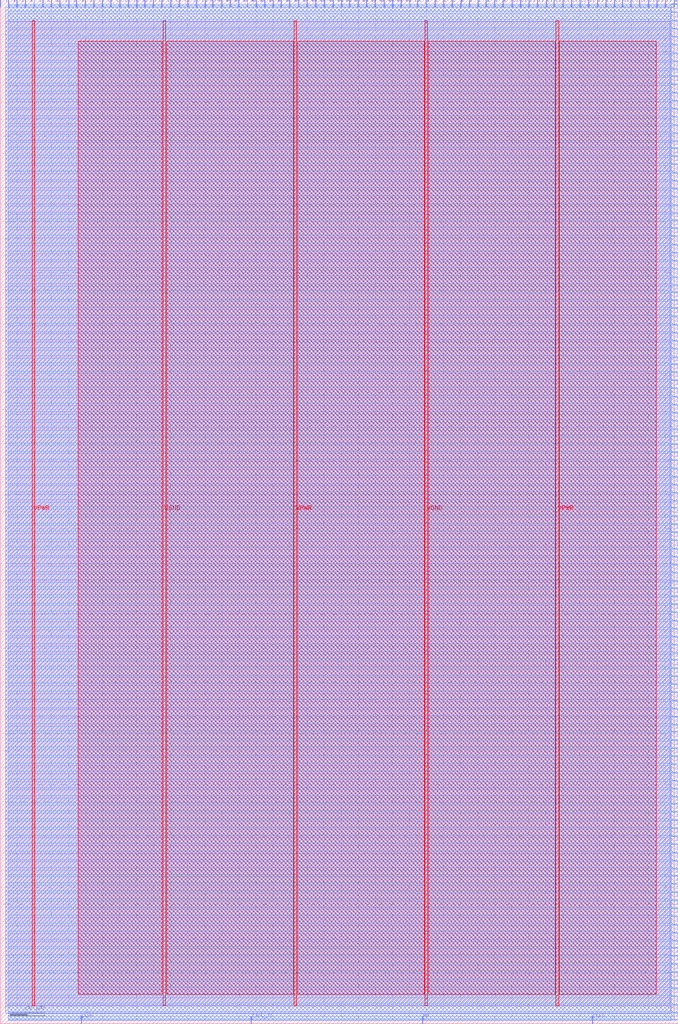
<source format=lef>
VERSION 5.7 ;
  NOWIREEXTENSIONATPIN ON ;
  DIVIDERCHAR "/" ;
  BUSBITCHARS "[]" ;
MACRO DMC_32x16HC
  CLASS BLOCK ;
  FOREIGN DMC_32x16HC ;
  ORIGIN 0.000 0.000 ;
  SIZE 397.610 BY 600.000 ;
  PIN A[0]
    DIRECTION INPUT ;
    USE SIGNAL ;
    PORT
      LAYER met2 ;
        RECT 0.000 596.000 0.280 600.000 ;
    END
  END A[0]
  PIN A[10]
    DIRECTION INPUT ;
    USE SIGNAL ;
    PORT
      LAYER met2 ;
        RECT 49.680 596.000 49.960 600.000 ;
    END
  END A[10]
  PIN A[11]
    DIRECTION INPUT ;
    USE SIGNAL ;
    PORT
      LAYER met2 ;
        RECT 54.740 596.000 55.020 600.000 ;
    END
  END A[11]
  PIN A[12]
    DIRECTION INPUT ;
    USE SIGNAL ;
    PORT
      LAYER met2 ;
        RECT 59.800 596.000 60.080 600.000 ;
    END
  END A[12]
  PIN A[13]
    DIRECTION INPUT ;
    USE SIGNAL ;
    PORT
      LAYER met2 ;
        RECT 64.860 596.000 65.140 600.000 ;
    END
  END A[13]
  PIN A[14]
    DIRECTION INPUT ;
    USE SIGNAL ;
    PORT
      LAYER met2 ;
        RECT 69.920 596.000 70.200 600.000 ;
    END
  END A[14]
  PIN A[15]
    DIRECTION INPUT ;
    USE SIGNAL ;
    PORT
      LAYER met2 ;
        RECT 74.980 596.000 75.260 600.000 ;
    END
  END A[15]
  PIN A[16]
    DIRECTION INPUT ;
    USE SIGNAL ;
    PORT
      LAYER met2 ;
        RECT 80.040 596.000 80.320 600.000 ;
    END
  END A[16]
  PIN A[17]
    DIRECTION INPUT ;
    USE SIGNAL ;
    PORT
      LAYER met2 ;
        RECT 84.640 596.000 84.920 600.000 ;
    END
  END A[17]
  PIN A[18]
    DIRECTION INPUT ;
    USE SIGNAL ;
    PORT
      LAYER met2 ;
        RECT 89.700 596.000 89.980 600.000 ;
    END
  END A[18]
  PIN A[19]
    DIRECTION INPUT ;
    USE SIGNAL ;
    PORT
      LAYER met2 ;
        RECT 94.760 596.000 95.040 600.000 ;
    END
  END A[19]
  PIN A[1]
    DIRECTION INPUT ;
    USE SIGNAL ;
    PORT
      LAYER met2 ;
        RECT 4.600 596.000 4.880 600.000 ;
    END
  END A[1]
  PIN A[20]
    DIRECTION INPUT ;
    USE SIGNAL ;
    PORT
      LAYER met2 ;
        RECT 99.820 596.000 100.100 600.000 ;
    END
  END A[20]
  PIN A[21]
    DIRECTION INPUT ;
    USE SIGNAL ;
    PORT
      LAYER met2 ;
        RECT 104.880 596.000 105.160 600.000 ;
    END
  END A[21]
  PIN A[22]
    DIRECTION INPUT ;
    USE SIGNAL ;
    PORT
      LAYER met2 ;
        RECT 109.940 596.000 110.220 600.000 ;
    END
  END A[22]
  PIN A[23]
    DIRECTION INPUT ;
    USE SIGNAL ;
    PORT
      LAYER met2 ;
        RECT 115.000 596.000 115.280 600.000 ;
    END
  END A[23]
  PIN A[2]
    DIRECTION INPUT ;
    USE SIGNAL ;
    PORT
      LAYER met2 ;
        RECT 9.660 596.000 9.940 600.000 ;
    END
  END A[2]
  PIN A[3]
    DIRECTION INPUT ;
    USE SIGNAL ;
    PORT
      LAYER met2 ;
        RECT 14.720 596.000 15.000 600.000 ;
    END
  END A[3]
  PIN A[4]
    DIRECTION INPUT ;
    USE SIGNAL ;
    PORT
      LAYER met2 ;
        RECT 19.780 596.000 20.060 600.000 ;
    END
  END A[4]
  PIN A[5]
    DIRECTION INPUT ;
    USE SIGNAL ;
    PORT
      LAYER met2 ;
        RECT 24.840 596.000 25.120 600.000 ;
    END
  END A[5]
  PIN A[6]
    DIRECTION INPUT ;
    USE SIGNAL ;
    PORT
      LAYER met2 ;
        RECT 29.900 596.000 30.180 600.000 ;
    END
  END A[6]
  PIN A[7]
    DIRECTION INPUT ;
    USE SIGNAL ;
    PORT
      LAYER met2 ;
        RECT 34.960 596.000 35.240 600.000 ;
    END
  END A[7]
  PIN A[8]
    DIRECTION INPUT ;
    USE SIGNAL ;
    PORT
      LAYER met2 ;
        RECT 40.020 596.000 40.300 600.000 ;
    END
  END A[8]
  PIN A[9]
    DIRECTION INPUT ;
    USE SIGNAL ;
    PORT
      LAYER met2 ;
        RECT 44.620 596.000 44.900 600.000 ;
    END
  END A[9]
  PIN A_h[0]
    DIRECTION INPUT ;
    USE SIGNAL ;
    PORT
      LAYER met2 ;
        RECT 120.060 596.000 120.340 600.000 ;
    END
  END A_h[0]
  PIN A_h[10]
    DIRECTION INPUT ;
    USE SIGNAL ;
    PORT
      LAYER met2 ;
        RECT 169.740 596.000 170.020 600.000 ;
    END
  END A_h[10]
  PIN A_h[11]
    DIRECTION INPUT ;
    USE SIGNAL ;
    PORT
      LAYER met2 ;
        RECT 174.800 596.000 175.080 600.000 ;
    END
  END A_h[11]
  PIN A_h[12]
    DIRECTION INPUT ;
    USE SIGNAL ;
    PORT
      LAYER met2 ;
        RECT 179.860 596.000 180.140 600.000 ;
    END
  END A_h[12]
  PIN A_h[13]
    DIRECTION INPUT ;
    USE SIGNAL ;
    PORT
      LAYER met2 ;
        RECT 184.920 596.000 185.200 600.000 ;
    END
  END A_h[13]
  PIN A_h[14]
    DIRECTION INPUT ;
    USE SIGNAL ;
    PORT
      LAYER met2 ;
        RECT 189.980 596.000 190.260 600.000 ;
    END
  END A_h[14]
  PIN A_h[15]
    DIRECTION INPUT ;
    USE SIGNAL ;
    PORT
      LAYER met2 ;
        RECT 195.040 596.000 195.320 600.000 ;
    END
  END A_h[15]
  PIN A_h[16]
    DIRECTION INPUT ;
    USE SIGNAL ;
    PORT
      LAYER met2 ;
        RECT 200.100 596.000 200.380 600.000 ;
    END
  END A_h[16]
  PIN A_h[17]
    DIRECTION INPUT ;
    USE SIGNAL ;
    PORT
      LAYER met2 ;
        RECT 204.700 596.000 204.980 600.000 ;
    END
  END A_h[17]
  PIN A_h[18]
    DIRECTION INPUT ;
    USE SIGNAL ;
    PORT
      LAYER met2 ;
        RECT 209.760 596.000 210.040 600.000 ;
    END
  END A_h[18]
  PIN A_h[19]
    DIRECTION INPUT ;
    USE SIGNAL ;
    PORT
      LAYER met2 ;
        RECT 214.820 596.000 215.100 600.000 ;
    END
  END A_h[19]
  PIN A_h[1]
    DIRECTION INPUT ;
    USE SIGNAL ;
    PORT
      LAYER met2 ;
        RECT 124.660 596.000 124.940 600.000 ;
    END
  END A_h[1]
  PIN A_h[20]
    DIRECTION INPUT ;
    USE SIGNAL ;
    PORT
      LAYER met2 ;
        RECT 219.880 596.000 220.160 600.000 ;
    END
  END A_h[20]
  PIN A_h[21]
    DIRECTION INPUT ;
    USE SIGNAL ;
    PORT
      LAYER met2 ;
        RECT 224.940 596.000 225.220 600.000 ;
    END
  END A_h[21]
  PIN A_h[22]
    DIRECTION INPUT ;
    USE SIGNAL ;
    PORT
      LAYER met2 ;
        RECT 230.000 596.000 230.280 600.000 ;
    END
  END A_h[22]
  PIN A_h[23]
    DIRECTION INPUT ;
    USE SIGNAL ;
    PORT
      LAYER met2 ;
        RECT 235.060 596.000 235.340 600.000 ;
    END
  END A_h[23]
  PIN A_h[2]
    DIRECTION INPUT ;
    USE SIGNAL ;
    PORT
      LAYER met2 ;
        RECT 129.720 596.000 130.000 600.000 ;
    END
  END A_h[2]
  PIN A_h[3]
    DIRECTION INPUT ;
    USE SIGNAL ;
    PORT
      LAYER met2 ;
        RECT 134.780 596.000 135.060 600.000 ;
    END
  END A_h[3]
  PIN A_h[4]
    DIRECTION INPUT ;
    USE SIGNAL ;
    PORT
      LAYER met2 ;
        RECT 139.840 596.000 140.120 600.000 ;
    END
  END A_h[4]
  PIN A_h[5]
    DIRECTION INPUT ;
    USE SIGNAL ;
    PORT
      LAYER met2 ;
        RECT 144.900 596.000 145.180 600.000 ;
    END
  END A_h[5]
  PIN A_h[6]
    DIRECTION INPUT ;
    USE SIGNAL ;
    PORT
      LAYER met2 ;
        RECT 149.960 596.000 150.240 600.000 ;
    END
  END A_h[6]
  PIN A_h[7]
    DIRECTION INPUT ;
    USE SIGNAL ;
    PORT
      LAYER met2 ;
        RECT 155.020 596.000 155.300 600.000 ;
    END
  END A_h[7]
  PIN A_h[8]
    DIRECTION INPUT ;
    USE SIGNAL ;
    PORT
      LAYER met2 ;
        RECT 160.080 596.000 160.360 600.000 ;
    END
  END A_h[8]
  PIN A_h[9]
    DIRECTION INPUT ;
    USE SIGNAL ;
    PORT
      LAYER met2 ;
        RECT 164.680 596.000 164.960 600.000 ;
    END
  END A_h[9]
  PIN Do[0]
    DIRECTION OUTPUT TRISTATE ;
    USE SIGNAL ;
    PORT
      LAYER met2 ;
        RECT 240.120 596.000 240.400 600.000 ;
    END
  END Do[0]
  PIN Do[10]
    DIRECTION OUTPUT TRISTATE ;
    USE SIGNAL ;
    PORT
      LAYER met2 ;
        RECT 289.800 596.000 290.080 600.000 ;
    END
  END Do[10]
  PIN Do[11]
    DIRECTION OUTPUT TRISTATE ;
    USE SIGNAL ;
    PORT
      LAYER met2 ;
        RECT 294.860 596.000 295.140 600.000 ;
    END
  END Do[11]
  PIN Do[12]
    DIRECTION OUTPUT TRISTATE ;
    USE SIGNAL ;
    PORT
      LAYER met2 ;
        RECT 299.920 596.000 300.200 600.000 ;
    END
  END Do[12]
  PIN Do[13]
    DIRECTION OUTPUT TRISTATE ;
    USE SIGNAL ;
    PORT
      LAYER met2 ;
        RECT 304.980 596.000 305.260 600.000 ;
    END
  END Do[13]
  PIN Do[14]
    DIRECTION OUTPUT TRISTATE ;
    USE SIGNAL ;
    PORT
      LAYER met2 ;
        RECT 310.040 596.000 310.320 600.000 ;
    END
  END Do[14]
  PIN Do[15]
    DIRECTION OUTPUT TRISTATE ;
    USE SIGNAL ;
    PORT
      LAYER met2 ;
        RECT 315.100 596.000 315.380 600.000 ;
    END
  END Do[15]
  PIN Do[16]
    DIRECTION OUTPUT TRISTATE ;
    USE SIGNAL ;
    PORT
      LAYER met2 ;
        RECT 320.160 596.000 320.440 600.000 ;
    END
  END Do[16]
  PIN Do[17]
    DIRECTION OUTPUT TRISTATE ;
    USE SIGNAL ;
    PORT
      LAYER met2 ;
        RECT 324.760 596.000 325.040 600.000 ;
    END
  END Do[17]
  PIN Do[18]
    DIRECTION OUTPUT TRISTATE ;
    USE SIGNAL ;
    PORT
      LAYER met2 ;
        RECT 329.820 596.000 330.100 600.000 ;
    END
  END Do[18]
  PIN Do[19]
    DIRECTION OUTPUT TRISTATE ;
    USE SIGNAL ;
    PORT
      LAYER met2 ;
        RECT 334.880 596.000 335.160 600.000 ;
    END
  END Do[19]
  PIN Do[1]
    DIRECTION OUTPUT TRISTATE ;
    USE SIGNAL ;
    PORT
      LAYER met2 ;
        RECT 244.720 596.000 245.000 600.000 ;
    END
  END Do[1]
  PIN Do[20]
    DIRECTION OUTPUT TRISTATE ;
    USE SIGNAL ;
    PORT
      LAYER met2 ;
        RECT 339.940 596.000 340.220 600.000 ;
    END
  END Do[20]
  PIN Do[21]
    DIRECTION OUTPUT TRISTATE ;
    USE SIGNAL ;
    PORT
      LAYER met2 ;
        RECT 345.000 596.000 345.280 600.000 ;
    END
  END Do[21]
  PIN Do[22]
    DIRECTION OUTPUT TRISTATE ;
    USE SIGNAL ;
    PORT
      LAYER met2 ;
        RECT 350.060 596.000 350.340 600.000 ;
    END
  END Do[22]
  PIN Do[23]
    DIRECTION OUTPUT TRISTATE ;
    USE SIGNAL ;
    PORT
      LAYER met2 ;
        RECT 355.120 596.000 355.400 600.000 ;
    END
  END Do[23]
  PIN Do[24]
    DIRECTION OUTPUT TRISTATE ;
    USE SIGNAL ;
    PORT
      LAYER met2 ;
        RECT 360.180 596.000 360.460 600.000 ;
    END
  END Do[24]
  PIN Do[25]
    DIRECTION OUTPUT TRISTATE ;
    USE SIGNAL ;
    PORT
      LAYER met2 ;
        RECT 364.780 596.000 365.060 600.000 ;
    END
  END Do[25]
  PIN Do[26]
    DIRECTION OUTPUT TRISTATE ;
    USE SIGNAL ;
    PORT
      LAYER met2 ;
        RECT 369.840 596.000 370.120 600.000 ;
    END
  END Do[26]
  PIN Do[27]
    DIRECTION OUTPUT TRISTATE ;
    USE SIGNAL ;
    PORT
      LAYER met2 ;
        RECT 374.900 596.000 375.180 600.000 ;
    END
  END Do[27]
  PIN Do[28]
    DIRECTION OUTPUT TRISTATE ;
    USE SIGNAL ;
    PORT
      LAYER met2 ;
        RECT 379.960 596.000 380.240 600.000 ;
    END
  END Do[28]
  PIN Do[29]
    DIRECTION OUTPUT TRISTATE ;
    USE SIGNAL ;
    PORT
      LAYER met2 ;
        RECT 385.020 596.000 385.300 600.000 ;
    END
  END Do[29]
  PIN Do[2]
    DIRECTION OUTPUT TRISTATE ;
    USE SIGNAL ;
    PORT
      LAYER met2 ;
        RECT 249.780 596.000 250.060 600.000 ;
    END
  END Do[2]
  PIN Do[30]
    DIRECTION OUTPUT TRISTATE ;
    USE SIGNAL ;
    PORT
      LAYER met2 ;
        RECT 390.080 596.000 390.360 600.000 ;
    END
  END Do[30]
  PIN Do[31]
    DIRECTION OUTPUT TRISTATE ;
    USE SIGNAL ;
    PORT
      LAYER met2 ;
        RECT 395.140 596.000 395.420 600.000 ;
    END
  END Do[31]
  PIN Do[3]
    DIRECTION OUTPUT TRISTATE ;
    USE SIGNAL ;
    PORT
      LAYER met2 ;
        RECT 254.840 596.000 255.120 600.000 ;
    END
  END Do[3]
  PIN Do[4]
    DIRECTION OUTPUT TRISTATE ;
    USE SIGNAL ;
    PORT
      LAYER met2 ;
        RECT 259.900 596.000 260.180 600.000 ;
    END
  END Do[4]
  PIN Do[5]
    DIRECTION OUTPUT TRISTATE ;
    USE SIGNAL ;
    PORT
      LAYER met2 ;
        RECT 264.960 596.000 265.240 600.000 ;
    END
  END Do[5]
  PIN Do[6]
    DIRECTION OUTPUT TRISTATE ;
    USE SIGNAL ;
    PORT
      LAYER met2 ;
        RECT 270.020 596.000 270.300 600.000 ;
    END
  END Do[6]
  PIN Do[7]
    DIRECTION OUTPUT TRISTATE ;
    USE SIGNAL ;
    PORT
      LAYER met2 ;
        RECT 275.080 596.000 275.360 600.000 ;
    END
  END Do[7]
  PIN Do[8]
    DIRECTION OUTPUT TRISTATE ;
    USE SIGNAL ;
    PORT
      LAYER met2 ;
        RECT 280.140 596.000 280.420 600.000 ;
    END
  END Do[8]
  PIN Do[9]
    DIRECTION OUTPUT TRISTATE ;
    USE SIGNAL ;
    PORT
      LAYER met2 ;
        RECT 284.740 596.000 285.020 600.000 ;
    END
  END Do[9]
  PIN clk
    DIRECTION INPUT ;
    USE SIGNAL ;
    PORT
      LAYER met2 ;
        RECT 47.380 0.000 47.660 4.000 ;
    END
  END clk
  PIN hit
    DIRECTION OUTPUT TRISTATE ;
    USE SIGNAL ;
    PORT
      LAYER met2 ;
        RECT 347.300 0.000 347.580 4.000 ;
    END
  END hit
  PIN line[0]
    DIRECTION INPUT ;
    USE SIGNAL ;
    PORT
      LAYER met3 ;
        RECT 393.610 2.080 397.610 2.680 ;
    END
  END line[0]
  PIN line[100]
    DIRECTION INPUT ;
    USE SIGNAL ;
    PORT
      LAYER met3 ;
        RECT 393.610 470.600 397.610 471.200 ;
    END
  END line[100]
  PIN line[101]
    DIRECTION INPUT ;
    USE SIGNAL ;
    PORT
      LAYER met3 ;
        RECT 393.610 474.680 397.610 475.280 ;
    END
  END line[101]
  PIN line[102]
    DIRECTION INPUT ;
    USE SIGNAL ;
    PORT
      LAYER met3 ;
        RECT 393.610 479.440 397.610 480.040 ;
    END
  END line[102]
  PIN line[103]
    DIRECTION INPUT ;
    USE SIGNAL ;
    PORT
      LAYER met3 ;
        RECT 393.610 484.200 397.610 484.800 ;
    END
  END line[103]
  PIN line[104]
    DIRECTION INPUT ;
    USE SIGNAL ;
    PORT
      LAYER met3 ;
        RECT 393.610 488.960 397.610 489.560 ;
    END
  END line[104]
  PIN line[105]
    DIRECTION INPUT ;
    USE SIGNAL ;
    PORT
      LAYER met3 ;
        RECT 393.610 493.720 397.610 494.320 ;
    END
  END line[105]
  PIN line[106]
    DIRECTION INPUT ;
    USE SIGNAL ;
    PORT
      LAYER met3 ;
        RECT 393.610 498.480 397.610 499.080 ;
    END
  END line[106]
  PIN line[107]
    DIRECTION INPUT ;
    USE SIGNAL ;
    PORT
      LAYER met3 ;
        RECT 393.610 503.240 397.610 503.840 ;
    END
  END line[107]
  PIN line[108]
    DIRECTION INPUT ;
    USE SIGNAL ;
    PORT
      LAYER met3 ;
        RECT 393.610 508.000 397.610 508.600 ;
    END
  END line[108]
  PIN line[109]
    DIRECTION INPUT ;
    USE SIGNAL ;
    PORT
      LAYER met3 ;
        RECT 393.610 512.760 397.610 513.360 ;
    END
  END line[109]
  PIN line[10]
    DIRECTION INPUT ;
    USE SIGNAL ;
    PORT
      LAYER met3 ;
        RECT 393.610 48.320 397.610 48.920 ;
    END
  END line[10]
  PIN line[110]
    DIRECTION INPUT ;
    USE SIGNAL ;
    PORT
      LAYER met3 ;
        RECT 393.610 516.840 397.610 517.440 ;
    END
  END line[110]
  PIN line[111]
    DIRECTION INPUT ;
    USE SIGNAL ;
    PORT
      LAYER met3 ;
        RECT 393.610 521.600 397.610 522.200 ;
    END
  END line[111]
  PIN line[112]
    DIRECTION INPUT ;
    USE SIGNAL ;
    PORT
      LAYER met3 ;
        RECT 393.610 526.360 397.610 526.960 ;
    END
  END line[112]
  PIN line[113]
    DIRECTION INPUT ;
    USE SIGNAL ;
    PORT
      LAYER met3 ;
        RECT 393.610 531.120 397.610 531.720 ;
    END
  END line[113]
  PIN line[114]
    DIRECTION INPUT ;
    USE SIGNAL ;
    PORT
      LAYER met3 ;
        RECT 393.610 535.880 397.610 536.480 ;
    END
  END line[114]
  PIN line[115]
    DIRECTION INPUT ;
    USE SIGNAL ;
    PORT
      LAYER met3 ;
        RECT 393.610 540.640 397.610 541.240 ;
    END
  END line[115]
  PIN line[116]
    DIRECTION INPUT ;
    USE SIGNAL ;
    PORT
      LAYER met3 ;
        RECT 393.610 545.400 397.610 546.000 ;
    END
  END line[116]
  PIN line[117]
    DIRECTION INPUT ;
    USE SIGNAL ;
    PORT
      LAYER met3 ;
        RECT 393.610 550.160 397.610 550.760 ;
    END
  END line[117]
  PIN line[118]
    DIRECTION INPUT ;
    USE SIGNAL ;
    PORT
      LAYER met3 ;
        RECT 393.610 554.920 397.610 555.520 ;
    END
  END line[118]
  PIN line[119]
    DIRECTION INPUT ;
    USE SIGNAL ;
    PORT
      LAYER met3 ;
        RECT 393.610 559.000 397.610 559.600 ;
    END
  END line[119]
  PIN line[11]
    DIRECTION INPUT ;
    USE SIGNAL ;
    PORT
      LAYER met3 ;
        RECT 393.610 53.080 397.610 53.680 ;
    END
  END line[11]
  PIN line[120]
    DIRECTION INPUT ;
    USE SIGNAL ;
    PORT
      LAYER met3 ;
        RECT 393.610 563.760 397.610 564.360 ;
    END
  END line[120]
  PIN line[121]
    DIRECTION INPUT ;
    USE SIGNAL ;
    PORT
      LAYER met3 ;
        RECT 393.610 568.520 397.610 569.120 ;
    END
  END line[121]
  PIN line[122]
    DIRECTION INPUT ;
    USE SIGNAL ;
    PORT
      LAYER met3 ;
        RECT 393.610 573.280 397.610 573.880 ;
    END
  END line[122]
  PIN line[123]
    DIRECTION INPUT ;
    USE SIGNAL ;
    PORT
      LAYER met3 ;
        RECT 393.610 578.040 397.610 578.640 ;
    END
  END line[123]
  PIN line[124]
    DIRECTION INPUT ;
    USE SIGNAL ;
    PORT
      LAYER met3 ;
        RECT 393.610 582.800 397.610 583.400 ;
    END
  END line[124]
  PIN line[125]
    DIRECTION INPUT ;
    USE SIGNAL ;
    PORT
      LAYER met3 ;
        RECT 393.610 587.560 397.610 588.160 ;
    END
  END line[125]
  PIN line[126]
    DIRECTION INPUT ;
    USE SIGNAL ;
    PORT
      LAYER met3 ;
        RECT 393.610 592.320 397.610 592.920 ;
    END
  END line[126]
  PIN line[127]
    DIRECTION INPUT ;
    USE SIGNAL ;
    PORT
      LAYER met3 ;
        RECT 393.610 597.080 397.610 597.680 ;
    END
  END line[127]
  PIN line[12]
    DIRECTION INPUT ;
    USE SIGNAL ;
    PORT
      LAYER met3 ;
        RECT 393.610 57.840 397.610 58.440 ;
    END
  END line[12]
  PIN line[13]
    DIRECTION INPUT ;
    USE SIGNAL ;
    PORT
      LAYER met3 ;
        RECT 393.610 62.600 397.610 63.200 ;
    END
  END line[13]
  PIN line[14]
    DIRECTION INPUT ;
    USE SIGNAL ;
    PORT
      LAYER met3 ;
        RECT 393.610 67.360 397.610 67.960 ;
    END
  END line[14]
  PIN line[15]
    DIRECTION INPUT ;
    USE SIGNAL ;
    PORT
      LAYER met3 ;
        RECT 393.610 72.120 397.610 72.720 ;
    END
  END line[15]
  PIN line[16]
    DIRECTION INPUT ;
    USE SIGNAL ;
    PORT
      LAYER met3 ;
        RECT 393.610 76.880 397.610 77.480 ;
    END
  END line[16]
  PIN line[17]
    DIRECTION INPUT ;
    USE SIGNAL ;
    PORT
      LAYER met3 ;
        RECT 393.610 81.640 397.610 82.240 ;
    END
  END line[17]
  PIN line[18]
    DIRECTION INPUT ;
    USE SIGNAL ;
    PORT
      LAYER met3 ;
        RECT 393.610 86.400 397.610 87.000 ;
    END
  END line[18]
  PIN line[19]
    DIRECTION INPUT ;
    USE SIGNAL ;
    PORT
      LAYER met3 ;
        RECT 393.610 90.480 397.610 91.080 ;
    END
  END line[19]
  PIN line[1]
    DIRECTION INPUT ;
    USE SIGNAL ;
    PORT
      LAYER met3 ;
        RECT 393.610 6.160 397.610 6.760 ;
    END
  END line[1]
  PIN line[20]
    DIRECTION INPUT ;
    USE SIGNAL ;
    PORT
      LAYER met3 ;
        RECT 393.610 95.240 397.610 95.840 ;
    END
  END line[20]
  PIN line[21]
    DIRECTION INPUT ;
    USE SIGNAL ;
    PORT
      LAYER met3 ;
        RECT 393.610 100.000 397.610 100.600 ;
    END
  END line[21]
  PIN line[22]
    DIRECTION INPUT ;
    USE SIGNAL ;
    PORT
      LAYER met3 ;
        RECT 393.610 104.760 397.610 105.360 ;
    END
  END line[22]
  PIN line[23]
    DIRECTION INPUT ;
    USE SIGNAL ;
    PORT
      LAYER met3 ;
        RECT 393.610 109.520 397.610 110.120 ;
    END
  END line[23]
  PIN line[24]
    DIRECTION INPUT ;
    USE SIGNAL ;
    PORT
      LAYER met3 ;
        RECT 393.610 114.280 397.610 114.880 ;
    END
  END line[24]
  PIN line[25]
    DIRECTION INPUT ;
    USE SIGNAL ;
    PORT
      LAYER met3 ;
        RECT 393.610 119.040 397.610 119.640 ;
    END
  END line[25]
  PIN line[26]
    DIRECTION INPUT ;
    USE SIGNAL ;
    PORT
      LAYER met3 ;
        RECT 393.610 123.800 397.610 124.400 ;
    END
  END line[26]
  PIN line[27]
    DIRECTION INPUT ;
    USE SIGNAL ;
    PORT
      LAYER met3 ;
        RECT 393.610 128.560 397.610 129.160 ;
    END
  END line[27]
  PIN line[28]
    DIRECTION INPUT ;
    USE SIGNAL ;
    PORT
      LAYER met3 ;
        RECT 393.610 132.640 397.610 133.240 ;
    END
  END line[28]
  PIN line[29]
    DIRECTION INPUT ;
    USE SIGNAL ;
    PORT
      LAYER met3 ;
        RECT 393.610 137.400 397.610 138.000 ;
    END
  END line[29]
  PIN line[2]
    DIRECTION INPUT ;
    USE SIGNAL ;
    PORT
      LAYER met3 ;
        RECT 393.610 10.920 397.610 11.520 ;
    END
  END line[2]
  PIN line[30]
    DIRECTION INPUT ;
    USE SIGNAL ;
    PORT
      LAYER met3 ;
        RECT 393.610 142.160 397.610 142.760 ;
    END
  END line[30]
  PIN line[31]
    DIRECTION INPUT ;
    USE SIGNAL ;
    PORT
      LAYER met3 ;
        RECT 393.610 146.920 397.610 147.520 ;
    END
  END line[31]
  PIN line[32]
    DIRECTION INPUT ;
    USE SIGNAL ;
    PORT
      LAYER met3 ;
        RECT 393.610 151.680 397.610 152.280 ;
    END
  END line[32]
  PIN line[33]
    DIRECTION INPUT ;
    USE SIGNAL ;
    PORT
      LAYER met3 ;
        RECT 393.610 156.440 397.610 157.040 ;
    END
  END line[33]
  PIN line[34]
    DIRECTION INPUT ;
    USE SIGNAL ;
    PORT
      LAYER met3 ;
        RECT 393.610 161.200 397.610 161.800 ;
    END
  END line[34]
  PIN line[35]
    DIRECTION INPUT ;
    USE SIGNAL ;
    PORT
      LAYER met3 ;
        RECT 393.610 165.960 397.610 166.560 ;
    END
  END line[35]
  PIN line[36]
    DIRECTION INPUT ;
    USE SIGNAL ;
    PORT
      LAYER met3 ;
        RECT 393.610 170.720 397.610 171.320 ;
    END
  END line[36]
  PIN line[37]
    DIRECTION INPUT ;
    USE SIGNAL ;
    PORT
      LAYER met3 ;
        RECT 393.610 174.800 397.610 175.400 ;
    END
  END line[37]
  PIN line[38]
    DIRECTION INPUT ;
    USE SIGNAL ;
    PORT
      LAYER met3 ;
        RECT 393.610 179.560 397.610 180.160 ;
    END
  END line[38]
  PIN line[39]
    DIRECTION INPUT ;
    USE SIGNAL ;
    PORT
      LAYER met3 ;
        RECT 393.610 184.320 397.610 184.920 ;
    END
  END line[39]
  PIN line[3]
    DIRECTION INPUT ;
    USE SIGNAL ;
    PORT
      LAYER met3 ;
        RECT 393.610 15.680 397.610 16.280 ;
    END
  END line[3]
  PIN line[40]
    DIRECTION INPUT ;
    USE SIGNAL ;
    PORT
      LAYER met3 ;
        RECT 393.610 189.080 397.610 189.680 ;
    END
  END line[40]
  PIN line[41]
    DIRECTION INPUT ;
    USE SIGNAL ;
    PORT
      LAYER met3 ;
        RECT 393.610 193.840 397.610 194.440 ;
    END
  END line[41]
  PIN line[42]
    DIRECTION INPUT ;
    USE SIGNAL ;
    PORT
      LAYER met3 ;
        RECT 393.610 198.600 397.610 199.200 ;
    END
  END line[42]
  PIN line[43]
    DIRECTION INPUT ;
    USE SIGNAL ;
    PORT
      LAYER met3 ;
        RECT 393.610 203.360 397.610 203.960 ;
    END
  END line[43]
  PIN line[44]
    DIRECTION INPUT ;
    USE SIGNAL ;
    PORT
      LAYER met3 ;
        RECT 393.610 208.120 397.610 208.720 ;
    END
  END line[44]
  PIN line[45]
    DIRECTION INPUT ;
    USE SIGNAL ;
    PORT
      LAYER met3 ;
        RECT 393.610 212.880 397.610 213.480 ;
    END
  END line[45]
  PIN line[46]
    DIRECTION INPUT ;
    USE SIGNAL ;
    PORT
      LAYER met3 ;
        RECT 393.610 216.960 397.610 217.560 ;
    END
  END line[46]
  PIN line[47]
    DIRECTION INPUT ;
    USE SIGNAL ;
    PORT
      LAYER met3 ;
        RECT 393.610 221.720 397.610 222.320 ;
    END
  END line[47]
  PIN line[48]
    DIRECTION INPUT ;
    USE SIGNAL ;
    PORT
      LAYER met3 ;
        RECT 393.610 226.480 397.610 227.080 ;
    END
  END line[48]
  PIN line[49]
    DIRECTION INPUT ;
    USE SIGNAL ;
    PORT
      LAYER met3 ;
        RECT 393.610 231.240 397.610 231.840 ;
    END
  END line[49]
  PIN line[4]
    DIRECTION INPUT ;
    USE SIGNAL ;
    PORT
      LAYER met3 ;
        RECT 393.610 20.440 397.610 21.040 ;
    END
  END line[4]
  PIN line[50]
    DIRECTION INPUT ;
    USE SIGNAL ;
    PORT
      LAYER met3 ;
        RECT 393.610 236.000 397.610 236.600 ;
    END
  END line[50]
  PIN line[51]
    DIRECTION INPUT ;
    USE SIGNAL ;
    PORT
      LAYER met3 ;
        RECT 393.610 240.760 397.610 241.360 ;
    END
  END line[51]
  PIN line[52]
    DIRECTION INPUT ;
    USE SIGNAL ;
    PORT
      LAYER met3 ;
        RECT 393.610 245.520 397.610 246.120 ;
    END
  END line[52]
  PIN line[53]
    DIRECTION INPUT ;
    USE SIGNAL ;
    PORT
      LAYER met3 ;
        RECT 393.610 250.280 397.610 250.880 ;
    END
  END line[53]
  PIN line[54]
    DIRECTION INPUT ;
    USE SIGNAL ;
    PORT
      LAYER met3 ;
        RECT 393.610 255.040 397.610 255.640 ;
    END
  END line[54]
  PIN line[55]
    DIRECTION INPUT ;
    USE SIGNAL ;
    PORT
      LAYER met3 ;
        RECT 393.610 259.120 397.610 259.720 ;
    END
  END line[55]
  PIN line[56]
    DIRECTION INPUT ;
    USE SIGNAL ;
    PORT
      LAYER met3 ;
        RECT 393.610 263.880 397.610 264.480 ;
    END
  END line[56]
  PIN line[57]
    DIRECTION INPUT ;
    USE SIGNAL ;
    PORT
      LAYER met3 ;
        RECT 393.610 268.640 397.610 269.240 ;
    END
  END line[57]
  PIN line[58]
    DIRECTION INPUT ;
    USE SIGNAL ;
    PORT
      LAYER met3 ;
        RECT 393.610 273.400 397.610 274.000 ;
    END
  END line[58]
  PIN line[59]
    DIRECTION INPUT ;
    USE SIGNAL ;
    PORT
      LAYER met3 ;
        RECT 393.610 278.160 397.610 278.760 ;
    END
  END line[59]
  PIN line[5]
    DIRECTION INPUT ;
    USE SIGNAL ;
    PORT
      LAYER met3 ;
        RECT 393.610 25.200 397.610 25.800 ;
    END
  END line[5]
  PIN line[60]
    DIRECTION INPUT ;
    USE SIGNAL ;
    PORT
      LAYER met3 ;
        RECT 393.610 282.920 397.610 283.520 ;
    END
  END line[60]
  PIN line[61]
    DIRECTION INPUT ;
    USE SIGNAL ;
    PORT
      LAYER met3 ;
        RECT 393.610 287.680 397.610 288.280 ;
    END
  END line[61]
  PIN line[62]
    DIRECTION INPUT ;
    USE SIGNAL ;
    PORT
      LAYER met3 ;
        RECT 393.610 292.440 397.610 293.040 ;
    END
  END line[62]
  PIN line[63]
    DIRECTION INPUT ;
    USE SIGNAL ;
    PORT
      LAYER met3 ;
        RECT 393.610 297.200 397.610 297.800 ;
    END
  END line[63]
  PIN line[64]
    DIRECTION INPUT ;
    USE SIGNAL ;
    PORT
      LAYER met3 ;
        RECT 393.610 301.960 397.610 302.560 ;
    END
  END line[64]
  PIN line[65]
    DIRECTION INPUT ;
    USE SIGNAL ;
    PORT
      LAYER met3 ;
        RECT 393.610 306.040 397.610 306.640 ;
    END
  END line[65]
  PIN line[66]
    DIRECTION INPUT ;
    USE SIGNAL ;
    PORT
      LAYER met3 ;
        RECT 393.610 310.800 397.610 311.400 ;
    END
  END line[66]
  PIN line[67]
    DIRECTION INPUT ;
    USE SIGNAL ;
    PORT
      LAYER met3 ;
        RECT 393.610 315.560 397.610 316.160 ;
    END
  END line[67]
  PIN line[68]
    DIRECTION INPUT ;
    USE SIGNAL ;
    PORT
      LAYER met3 ;
        RECT 393.610 320.320 397.610 320.920 ;
    END
  END line[68]
  PIN line[69]
    DIRECTION INPUT ;
    USE SIGNAL ;
    PORT
      LAYER met3 ;
        RECT 393.610 325.080 397.610 325.680 ;
    END
  END line[69]
  PIN line[6]
    DIRECTION INPUT ;
    USE SIGNAL ;
    PORT
      LAYER met3 ;
        RECT 393.610 29.960 397.610 30.560 ;
    END
  END line[6]
  PIN line[70]
    DIRECTION INPUT ;
    USE SIGNAL ;
    PORT
      LAYER met3 ;
        RECT 393.610 329.840 397.610 330.440 ;
    END
  END line[70]
  PIN line[71]
    DIRECTION INPUT ;
    USE SIGNAL ;
    PORT
      LAYER met3 ;
        RECT 393.610 334.600 397.610 335.200 ;
    END
  END line[71]
  PIN line[72]
    DIRECTION INPUT ;
    USE SIGNAL ;
    PORT
      LAYER met3 ;
        RECT 393.610 339.360 397.610 339.960 ;
    END
  END line[72]
  PIN line[73]
    DIRECTION INPUT ;
    USE SIGNAL ;
    PORT
      LAYER met3 ;
        RECT 393.610 344.120 397.610 344.720 ;
    END
  END line[73]
  PIN line[74]
    DIRECTION INPUT ;
    USE SIGNAL ;
    PORT
      LAYER met3 ;
        RECT 393.610 348.200 397.610 348.800 ;
    END
  END line[74]
  PIN line[75]
    DIRECTION INPUT ;
    USE SIGNAL ;
    PORT
      LAYER met3 ;
        RECT 393.610 352.960 397.610 353.560 ;
    END
  END line[75]
  PIN line[76]
    DIRECTION INPUT ;
    USE SIGNAL ;
    PORT
      LAYER met3 ;
        RECT 393.610 357.720 397.610 358.320 ;
    END
  END line[76]
  PIN line[77]
    DIRECTION INPUT ;
    USE SIGNAL ;
    PORT
      LAYER met3 ;
        RECT 393.610 362.480 397.610 363.080 ;
    END
  END line[77]
  PIN line[78]
    DIRECTION INPUT ;
    USE SIGNAL ;
    PORT
      LAYER met3 ;
        RECT 393.610 367.240 397.610 367.840 ;
    END
  END line[78]
  PIN line[79]
    DIRECTION INPUT ;
    USE SIGNAL ;
    PORT
      LAYER met3 ;
        RECT 393.610 372.000 397.610 372.600 ;
    END
  END line[79]
  PIN line[7]
    DIRECTION INPUT ;
    USE SIGNAL ;
    PORT
      LAYER met3 ;
        RECT 393.610 34.720 397.610 35.320 ;
    END
  END line[7]
  PIN line[80]
    DIRECTION INPUT ;
    USE SIGNAL ;
    PORT
      LAYER met3 ;
        RECT 393.610 376.760 397.610 377.360 ;
    END
  END line[80]
  PIN line[81]
    DIRECTION INPUT ;
    USE SIGNAL ;
    PORT
      LAYER met3 ;
        RECT 393.610 381.520 397.610 382.120 ;
    END
  END line[81]
  PIN line[82]
    DIRECTION INPUT ;
    USE SIGNAL ;
    PORT
      LAYER met3 ;
        RECT 393.610 386.280 397.610 386.880 ;
    END
  END line[82]
  PIN line[83]
    DIRECTION INPUT ;
    USE SIGNAL ;
    PORT
      LAYER met3 ;
        RECT 393.610 390.360 397.610 390.960 ;
    END
  END line[83]
  PIN line[84]
    DIRECTION INPUT ;
    USE SIGNAL ;
    PORT
      LAYER met3 ;
        RECT 393.610 395.120 397.610 395.720 ;
    END
  END line[84]
  PIN line[85]
    DIRECTION INPUT ;
    USE SIGNAL ;
    PORT
      LAYER met3 ;
        RECT 393.610 399.880 397.610 400.480 ;
    END
  END line[85]
  PIN line[86]
    DIRECTION INPUT ;
    USE SIGNAL ;
    PORT
      LAYER met3 ;
        RECT 393.610 404.640 397.610 405.240 ;
    END
  END line[86]
  PIN line[87]
    DIRECTION INPUT ;
    USE SIGNAL ;
    PORT
      LAYER met3 ;
        RECT 393.610 409.400 397.610 410.000 ;
    END
  END line[87]
  PIN line[88]
    DIRECTION INPUT ;
    USE SIGNAL ;
    PORT
      LAYER met3 ;
        RECT 393.610 414.160 397.610 414.760 ;
    END
  END line[88]
  PIN line[89]
    DIRECTION INPUT ;
    USE SIGNAL ;
    PORT
      LAYER met3 ;
        RECT 393.610 418.920 397.610 419.520 ;
    END
  END line[89]
  PIN line[8]
    DIRECTION INPUT ;
    USE SIGNAL ;
    PORT
      LAYER met3 ;
        RECT 393.610 39.480 397.610 40.080 ;
    END
  END line[8]
  PIN line[90]
    DIRECTION INPUT ;
    USE SIGNAL ;
    PORT
      LAYER met3 ;
        RECT 393.610 423.680 397.610 424.280 ;
    END
  END line[90]
  PIN line[91]
    DIRECTION INPUT ;
    USE SIGNAL ;
    PORT
      LAYER met3 ;
        RECT 393.610 428.440 397.610 429.040 ;
    END
  END line[91]
  PIN line[92]
    DIRECTION INPUT ;
    USE SIGNAL ;
    PORT
      LAYER met3 ;
        RECT 393.610 432.520 397.610 433.120 ;
    END
  END line[92]
  PIN line[93]
    DIRECTION INPUT ;
    USE SIGNAL ;
    PORT
      LAYER met3 ;
        RECT 393.610 437.280 397.610 437.880 ;
    END
  END line[93]
  PIN line[94]
    DIRECTION INPUT ;
    USE SIGNAL ;
    PORT
      LAYER met3 ;
        RECT 393.610 442.040 397.610 442.640 ;
    END
  END line[94]
  PIN line[95]
    DIRECTION INPUT ;
    USE SIGNAL ;
    PORT
      LAYER met3 ;
        RECT 393.610 446.800 397.610 447.400 ;
    END
  END line[95]
  PIN line[96]
    DIRECTION INPUT ;
    USE SIGNAL ;
    PORT
      LAYER met3 ;
        RECT 393.610 451.560 397.610 452.160 ;
    END
  END line[96]
  PIN line[97]
    DIRECTION INPUT ;
    USE SIGNAL ;
    PORT
      LAYER met3 ;
        RECT 393.610 456.320 397.610 456.920 ;
    END
  END line[97]
  PIN line[98]
    DIRECTION INPUT ;
    USE SIGNAL ;
    PORT
      LAYER met3 ;
        RECT 393.610 461.080 397.610 461.680 ;
    END
  END line[98]
  PIN line[99]
    DIRECTION INPUT ;
    USE SIGNAL ;
    PORT
      LAYER met3 ;
        RECT 393.610 465.840 397.610 466.440 ;
    END
  END line[99]
  PIN line[9]
    DIRECTION INPUT ;
    USE SIGNAL ;
    PORT
      LAYER met3 ;
        RECT 393.610 44.240 397.610 44.840 ;
    END
  END line[9]
  PIN rst_n
    DIRECTION INPUT ;
    USE SIGNAL ;
    PORT
      LAYER met2 ;
        RECT 147.200 0.000 147.480 4.000 ;
    END
  END rst_n
  PIN wr
    DIRECTION INPUT ;
    USE SIGNAL ;
    PORT
      LAYER met2 ;
        RECT 247.480 0.000 247.760 4.000 ;
    END
  END wr
  PIN VPWR
    DIRECTION INOUT ;
    USE POWER ;
    PORT
      LAYER met4 ;
        RECT 325.850 10.640 327.450 587.760 ;
    END
  END VPWR
  PIN VPWR
    DIRECTION INOUT ;
    USE POWER ;
    PORT
      LAYER met4 ;
        RECT 172.250 10.640 173.850 587.760 ;
    END
  END VPWR
  PIN VPWR
    DIRECTION INOUT ;
    USE POWER ;
    PORT
      LAYER met4 ;
        RECT 18.650 10.640 20.250 587.760 ;
    END
  END VPWR
  PIN VGND
    DIRECTION INOUT ;
    USE GROUND ;
    PORT
      LAYER met4 ;
        RECT 249.050 10.640 250.650 587.760 ;
    END
  END VGND
  PIN VGND
    DIRECTION INOUT ;
    USE GROUND ;
    PORT
      LAYER met4 ;
        RECT 95.450 10.640 97.050 587.760 ;
    END
  END VGND
  OBS
      LAYER li1 ;
        RECT 3.130 10.795 392.605 587.605 ;
      LAYER met1 ;
        RECT 3.130 6.160 393.140 595.640 ;
      LAYER met2 ;
        RECT 5.160 595.720 9.380 597.565 ;
        RECT 10.220 595.720 14.440 597.565 ;
        RECT 15.280 595.720 19.500 597.565 ;
        RECT 20.340 595.720 24.560 597.565 ;
        RECT 25.400 595.720 29.620 597.565 ;
        RECT 30.460 595.720 34.680 597.565 ;
        RECT 35.520 595.720 39.740 597.565 ;
        RECT 40.580 595.720 44.340 597.565 ;
        RECT 45.180 595.720 49.400 597.565 ;
        RECT 50.240 595.720 54.460 597.565 ;
        RECT 55.300 595.720 59.520 597.565 ;
        RECT 60.360 595.720 64.580 597.565 ;
        RECT 65.420 595.720 69.640 597.565 ;
        RECT 70.480 595.720 74.700 597.565 ;
        RECT 75.540 595.720 79.760 597.565 ;
        RECT 80.600 595.720 84.360 597.565 ;
        RECT 85.200 595.720 89.420 597.565 ;
        RECT 90.260 595.720 94.480 597.565 ;
        RECT 95.320 595.720 99.540 597.565 ;
        RECT 100.380 595.720 104.600 597.565 ;
        RECT 105.440 595.720 109.660 597.565 ;
        RECT 110.500 595.720 114.720 597.565 ;
        RECT 115.560 595.720 119.780 597.565 ;
        RECT 120.620 595.720 124.380 597.565 ;
        RECT 125.220 595.720 129.440 597.565 ;
        RECT 130.280 595.720 134.500 597.565 ;
        RECT 135.340 595.720 139.560 597.565 ;
        RECT 140.400 595.720 144.620 597.565 ;
        RECT 145.460 595.720 149.680 597.565 ;
        RECT 150.520 595.720 154.740 597.565 ;
        RECT 155.580 595.720 159.800 597.565 ;
        RECT 160.640 595.720 164.400 597.565 ;
        RECT 165.240 595.720 169.460 597.565 ;
        RECT 170.300 595.720 174.520 597.565 ;
        RECT 175.360 595.720 179.580 597.565 ;
        RECT 180.420 595.720 184.640 597.565 ;
        RECT 185.480 595.720 189.700 597.565 ;
        RECT 190.540 595.720 194.760 597.565 ;
        RECT 195.600 595.720 199.820 597.565 ;
        RECT 200.660 595.720 204.420 597.565 ;
        RECT 205.260 595.720 209.480 597.565 ;
        RECT 210.320 595.720 214.540 597.565 ;
        RECT 215.380 595.720 219.600 597.565 ;
        RECT 220.440 595.720 224.660 597.565 ;
        RECT 225.500 595.720 229.720 597.565 ;
        RECT 230.560 595.720 234.780 597.565 ;
        RECT 235.620 595.720 239.840 597.565 ;
        RECT 240.680 595.720 244.440 597.565 ;
        RECT 245.280 595.720 249.500 597.565 ;
        RECT 250.340 595.720 254.560 597.565 ;
        RECT 255.400 595.720 259.620 597.565 ;
        RECT 260.460 595.720 264.680 597.565 ;
        RECT 265.520 595.720 269.740 597.565 ;
        RECT 270.580 595.720 274.800 597.565 ;
        RECT 275.640 595.720 279.860 597.565 ;
        RECT 280.700 595.720 284.460 597.565 ;
        RECT 285.300 595.720 289.520 597.565 ;
        RECT 290.360 595.720 294.580 597.565 ;
        RECT 295.420 595.720 299.640 597.565 ;
        RECT 300.480 595.720 304.700 597.565 ;
        RECT 305.540 595.720 309.760 597.565 ;
        RECT 310.600 595.720 314.820 597.565 ;
        RECT 315.660 595.720 319.880 597.565 ;
        RECT 320.720 595.720 324.480 597.565 ;
        RECT 325.320 595.720 329.540 597.565 ;
        RECT 330.380 595.720 334.600 597.565 ;
        RECT 335.440 595.720 339.660 597.565 ;
        RECT 340.500 595.720 344.720 597.565 ;
        RECT 345.560 595.720 349.780 597.565 ;
        RECT 350.620 595.720 354.840 597.565 ;
        RECT 355.680 595.720 359.900 597.565 ;
        RECT 360.740 595.720 364.500 597.565 ;
        RECT 365.340 595.720 369.560 597.565 ;
        RECT 370.400 595.720 374.620 597.565 ;
        RECT 375.460 595.720 379.680 597.565 ;
        RECT 380.520 595.720 384.740 597.565 ;
        RECT 385.580 595.720 389.800 597.565 ;
        RECT 390.640 595.720 394.860 597.565 ;
        RECT 4.600 4.280 395.350 595.720 ;
        RECT 4.600 2.195 47.100 4.280 ;
        RECT 47.940 2.195 146.920 4.280 ;
        RECT 147.760 2.195 247.200 4.280 ;
        RECT 248.040 2.195 347.020 4.280 ;
        RECT 347.860 2.195 395.350 4.280 ;
      LAYER met3 ;
        RECT 4.575 596.680 393.210 597.545 ;
        RECT 4.575 593.320 393.610 596.680 ;
        RECT 4.575 591.920 393.210 593.320 ;
        RECT 4.575 588.560 393.610 591.920 ;
        RECT 4.575 587.160 393.210 588.560 ;
        RECT 4.575 583.800 393.610 587.160 ;
        RECT 4.575 582.400 393.210 583.800 ;
        RECT 4.575 579.040 393.610 582.400 ;
        RECT 4.575 577.640 393.210 579.040 ;
        RECT 4.575 574.280 393.610 577.640 ;
        RECT 4.575 572.880 393.210 574.280 ;
        RECT 4.575 569.520 393.610 572.880 ;
        RECT 4.575 568.120 393.210 569.520 ;
        RECT 4.575 564.760 393.610 568.120 ;
        RECT 4.575 563.360 393.210 564.760 ;
        RECT 4.575 560.000 393.610 563.360 ;
        RECT 4.575 558.600 393.210 560.000 ;
        RECT 4.575 555.920 393.610 558.600 ;
        RECT 4.575 554.520 393.210 555.920 ;
        RECT 4.575 551.160 393.610 554.520 ;
        RECT 4.575 549.760 393.210 551.160 ;
        RECT 4.575 546.400 393.610 549.760 ;
        RECT 4.575 545.000 393.210 546.400 ;
        RECT 4.575 541.640 393.610 545.000 ;
        RECT 4.575 540.240 393.210 541.640 ;
        RECT 4.575 536.880 393.610 540.240 ;
        RECT 4.575 535.480 393.210 536.880 ;
        RECT 4.575 532.120 393.610 535.480 ;
        RECT 4.575 530.720 393.210 532.120 ;
        RECT 4.575 527.360 393.610 530.720 ;
        RECT 4.575 525.960 393.210 527.360 ;
        RECT 4.575 522.600 393.610 525.960 ;
        RECT 4.575 521.200 393.210 522.600 ;
        RECT 4.575 517.840 393.610 521.200 ;
        RECT 4.575 516.440 393.210 517.840 ;
        RECT 4.575 513.760 393.610 516.440 ;
        RECT 4.575 512.360 393.210 513.760 ;
        RECT 4.575 509.000 393.610 512.360 ;
        RECT 4.575 507.600 393.210 509.000 ;
        RECT 4.575 504.240 393.610 507.600 ;
        RECT 4.575 502.840 393.210 504.240 ;
        RECT 4.575 499.480 393.610 502.840 ;
        RECT 4.575 498.080 393.210 499.480 ;
        RECT 4.575 494.720 393.610 498.080 ;
        RECT 4.575 493.320 393.210 494.720 ;
        RECT 4.575 489.960 393.610 493.320 ;
        RECT 4.575 488.560 393.210 489.960 ;
        RECT 4.575 485.200 393.610 488.560 ;
        RECT 4.575 483.800 393.210 485.200 ;
        RECT 4.575 480.440 393.610 483.800 ;
        RECT 4.575 479.040 393.210 480.440 ;
        RECT 4.575 475.680 393.610 479.040 ;
        RECT 4.575 474.280 393.210 475.680 ;
        RECT 4.575 471.600 393.610 474.280 ;
        RECT 4.575 470.200 393.210 471.600 ;
        RECT 4.575 466.840 393.610 470.200 ;
        RECT 4.575 465.440 393.210 466.840 ;
        RECT 4.575 462.080 393.610 465.440 ;
        RECT 4.575 460.680 393.210 462.080 ;
        RECT 4.575 457.320 393.610 460.680 ;
        RECT 4.575 455.920 393.210 457.320 ;
        RECT 4.575 452.560 393.610 455.920 ;
        RECT 4.575 451.160 393.210 452.560 ;
        RECT 4.575 447.800 393.610 451.160 ;
        RECT 4.575 446.400 393.210 447.800 ;
        RECT 4.575 443.040 393.610 446.400 ;
        RECT 4.575 441.640 393.210 443.040 ;
        RECT 4.575 438.280 393.610 441.640 ;
        RECT 4.575 436.880 393.210 438.280 ;
        RECT 4.575 433.520 393.610 436.880 ;
        RECT 4.575 432.120 393.210 433.520 ;
        RECT 4.575 429.440 393.610 432.120 ;
        RECT 4.575 428.040 393.210 429.440 ;
        RECT 4.575 424.680 393.610 428.040 ;
        RECT 4.575 423.280 393.210 424.680 ;
        RECT 4.575 419.920 393.610 423.280 ;
        RECT 4.575 418.520 393.210 419.920 ;
        RECT 4.575 415.160 393.610 418.520 ;
        RECT 4.575 413.760 393.210 415.160 ;
        RECT 4.575 410.400 393.610 413.760 ;
        RECT 4.575 409.000 393.210 410.400 ;
        RECT 4.575 405.640 393.610 409.000 ;
        RECT 4.575 404.240 393.210 405.640 ;
        RECT 4.575 400.880 393.610 404.240 ;
        RECT 4.575 399.480 393.210 400.880 ;
        RECT 4.575 396.120 393.610 399.480 ;
        RECT 4.575 394.720 393.210 396.120 ;
        RECT 4.575 391.360 393.610 394.720 ;
        RECT 4.575 389.960 393.210 391.360 ;
        RECT 4.575 387.280 393.610 389.960 ;
        RECT 4.575 385.880 393.210 387.280 ;
        RECT 4.575 382.520 393.610 385.880 ;
        RECT 4.575 381.120 393.210 382.520 ;
        RECT 4.575 377.760 393.610 381.120 ;
        RECT 4.575 376.360 393.210 377.760 ;
        RECT 4.575 373.000 393.610 376.360 ;
        RECT 4.575 371.600 393.210 373.000 ;
        RECT 4.575 368.240 393.610 371.600 ;
        RECT 4.575 366.840 393.210 368.240 ;
        RECT 4.575 363.480 393.610 366.840 ;
        RECT 4.575 362.080 393.210 363.480 ;
        RECT 4.575 358.720 393.610 362.080 ;
        RECT 4.575 357.320 393.210 358.720 ;
        RECT 4.575 353.960 393.610 357.320 ;
        RECT 4.575 352.560 393.210 353.960 ;
        RECT 4.575 349.200 393.610 352.560 ;
        RECT 4.575 347.800 393.210 349.200 ;
        RECT 4.575 345.120 393.610 347.800 ;
        RECT 4.575 343.720 393.210 345.120 ;
        RECT 4.575 340.360 393.610 343.720 ;
        RECT 4.575 338.960 393.210 340.360 ;
        RECT 4.575 335.600 393.610 338.960 ;
        RECT 4.575 334.200 393.210 335.600 ;
        RECT 4.575 330.840 393.610 334.200 ;
        RECT 4.575 329.440 393.210 330.840 ;
        RECT 4.575 326.080 393.610 329.440 ;
        RECT 4.575 324.680 393.210 326.080 ;
        RECT 4.575 321.320 393.610 324.680 ;
        RECT 4.575 319.920 393.210 321.320 ;
        RECT 4.575 316.560 393.610 319.920 ;
        RECT 4.575 315.160 393.210 316.560 ;
        RECT 4.575 311.800 393.610 315.160 ;
        RECT 4.575 310.400 393.210 311.800 ;
        RECT 4.575 307.040 393.610 310.400 ;
        RECT 4.575 305.640 393.210 307.040 ;
        RECT 4.575 302.960 393.610 305.640 ;
        RECT 4.575 301.560 393.210 302.960 ;
        RECT 4.575 298.200 393.610 301.560 ;
        RECT 4.575 296.800 393.210 298.200 ;
        RECT 4.575 293.440 393.610 296.800 ;
        RECT 4.575 292.040 393.210 293.440 ;
        RECT 4.575 288.680 393.610 292.040 ;
        RECT 4.575 287.280 393.210 288.680 ;
        RECT 4.575 283.920 393.610 287.280 ;
        RECT 4.575 282.520 393.210 283.920 ;
        RECT 4.575 279.160 393.610 282.520 ;
        RECT 4.575 277.760 393.210 279.160 ;
        RECT 4.575 274.400 393.610 277.760 ;
        RECT 4.575 273.000 393.210 274.400 ;
        RECT 4.575 269.640 393.610 273.000 ;
        RECT 4.575 268.240 393.210 269.640 ;
        RECT 4.575 264.880 393.610 268.240 ;
        RECT 4.575 263.480 393.210 264.880 ;
        RECT 4.575 260.120 393.610 263.480 ;
        RECT 4.575 258.720 393.210 260.120 ;
        RECT 4.575 256.040 393.610 258.720 ;
        RECT 4.575 254.640 393.210 256.040 ;
        RECT 4.575 251.280 393.610 254.640 ;
        RECT 4.575 249.880 393.210 251.280 ;
        RECT 4.575 246.520 393.610 249.880 ;
        RECT 4.575 245.120 393.210 246.520 ;
        RECT 4.575 241.760 393.610 245.120 ;
        RECT 4.575 240.360 393.210 241.760 ;
        RECT 4.575 237.000 393.610 240.360 ;
        RECT 4.575 235.600 393.210 237.000 ;
        RECT 4.575 232.240 393.610 235.600 ;
        RECT 4.575 230.840 393.210 232.240 ;
        RECT 4.575 227.480 393.610 230.840 ;
        RECT 4.575 226.080 393.210 227.480 ;
        RECT 4.575 222.720 393.610 226.080 ;
        RECT 4.575 221.320 393.210 222.720 ;
        RECT 4.575 217.960 393.610 221.320 ;
        RECT 4.575 216.560 393.210 217.960 ;
        RECT 4.575 213.880 393.610 216.560 ;
        RECT 4.575 212.480 393.210 213.880 ;
        RECT 4.575 209.120 393.610 212.480 ;
        RECT 4.575 207.720 393.210 209.120 ;
        RECT 4.575 204.360 393.610 207.720 ;
        RECT 4.575 202.960 393.210 204.360 ;
        RECT 4.575 199.600 393.610 202.960 ;
        RECT 4.575 198.200 393.210 199.600 ;
        RECT 4.575 194.840 393.610 198.200 ;
        RECT 4.575 193.440 393.210 194.840 ;
        RECT 4.575 190.080 393.610 193.440 ;
        RECT 4.575 188.680 393.210 190.080 ;
        RECT 4.575 185.320 393.610 188.680 ;
        RECT 4.575 183.920 393.210 185.320 ;
        RECT 4.575 180.560 393.610 183.920 ;
        RECT 4.575 179.160 393.210 180.560 ;
        RECT 4.575 175.800 393.610 179.160 ;
        RECT 4.575 174.400 393.210 175.800 ;
        RECT 4.575 171.720 393.610 174.400 ;
        RECT 4.575 170.320 393.210 171.720 ;
        RECT 4.575 166.960 393.610 170.320 ;
        RECT 4.575 165.560 393.210 166.960 ;
        RECT 4.575 162.200 393.610 165.560 ;
        RECT 4.575 160.800 393.210 162.200 ;
        RECT 4.575 157.440 393.610 160.800 ;
        RECT 4.575 156.040 393.210 157.440 ;
        RECT 4.575 152.680 393.610 156.040 ;
        RECT 4.575 151.280 393.210 152.680 ;
        RECT 4.575 147.920 393.610 151.280 ;
        RECT 4.575 146.520 393.210 147.920 ;
        RECT 4.575 143.160 393.610 146.520 ;
        RECT 4.575 141.760 393.210 143.160 ;
        RECT 4.575 138.400 393.610 141.760 ;
        RECT 4.575 137.000 393.210 138.400 ;
        RECT 4.575 133.640 393.610 137.000 ;
        RECT 4.575 132.240 393.210 133.640 ;
        RECT 4.575 129.560 393.610 132.240 ;
        RECT 4.575 128.160 393.210 129.560 ;
        RECT 4.575 124.800 393.610 128.160 ;
        RECT 4.575 123.400 393.210 124.800 ;
        RECT 4.575 120.040 393.610 123.400 ;
        RECT 4.575 118.640 393.210 120.040 ;
        RECT 4.575 115.280 393.610 118.640 ;
        RECT 4.575 113.880 393.210 115.280 ;
        RECT 4.575 110.520 393.610 113.880 ;
        RECT 4.575 109.120 393.210 110.520 ;
        RECT 4.575 105.760 393.610 109.120 ;
        RECT 4.575 104.360 393.210 105.760 ;
        RECT 4.575 101.000 393.610 104.360 ;
        RECT 4.575 99.600 393.210 101.000 ;
        RECT 4.575 96.240 393.610 99.600 ;
        RECT 4.575 94.840 393.210 96.240 ;
        RECT 4.575 91.480 393.610 94.840 ;
        RECT 4.575 90.080 393.210 91.480 ;
        RECT 4.575 87.400 393.610 90.080 ;
        RECT 4.575 86.000 393.210 87.400 ;
        RECT 4.575 82.640 393.610 86.000 ;
        RECT 4.575 81.240 393.210 82.640 ;
        RECT 4.575 77.880 393.610 81.240 ;
        RECT 4.575 76.480 393.210 77.880 ;
        RECT 4.575 73.120 393.610 76.480 ;
        RECT 4.575 71.720 393.210 73.120 ;
        RECT 4.575 68.360 393.610 71.720 ;
        RECT 4.575 66.960 393.210 68.360 ;
        RECT 4.575 63.600 393.610 66.960 ;
        RECT 4.575 62.200 393.210 63.600 ;
        RECT 4.575 58.840 393.610 62.200 ;
        RECT 4.575 57.440 393.210 58.840 ;
        RECT 4.575 54.080 393.610 57.440 ;
        RECT 4.575 52.680 393.210 54.080 ;
        RECT 4.575 49.320 393.610 52.680 ;
        RECT 4.575 47.920 393.210 49.320 ;
        RECT 4.575 45.240 393.610 47.920 ;
        RECT 4.575 43.840 393.210 45.240 ;
        RECT 4.575 40.480 393.610 43.840 ;
        RECT 4.575 39.080 393.210 40.480 ;
        RECT 4.575 35.720 393.610 39.080 ;
        RECT 4.575 34.320 393.210 35.720 ;
        RECT 4.575 30.960 393.610 34.320 ;
        RECT 4.575 29.560 393.210 30.960 ;
        RECT 4.575 26.200 393.610 29.560 ;
        RECT 4.575 24.800 393.210 26.200 ;
        RECT 4.575 21.440 393.610 24.800 ;
        RECT 4.575 20.040 393.210 21.440 ;
        RECT 4.575 16.680 393.610 20.040 ;
        RECT 4.575 15.280 393.210 16.680 ;
        RECT 4.575 11.920 393.610 15.280 ;
        RECT 4.575 10.520 393.210 11.920 ;
        RECT 4.575 7.160 393.610 10.520 ;
        RECT 4.575 5.760 393.210 7.160 ;
        RECT 4.575 3.080 393.610 5.760 ;
        RECT 4.575 2.215 393.210 3.080 ;
      LAYER met4 ;
        RECT 45.745 17.175 95.050 575.785 ;
        RECT 97.450 17.175 171.850 575.785 ;
        RECT 174.250 17.175 248.650 575.785 ;
        RECT 251.050 17.175 325.450 575.785 ;
        RECT 327.850 17.175 384.635 575.785 ;
  END
END DMC_32x16HC
END LIBRARY


</source>
